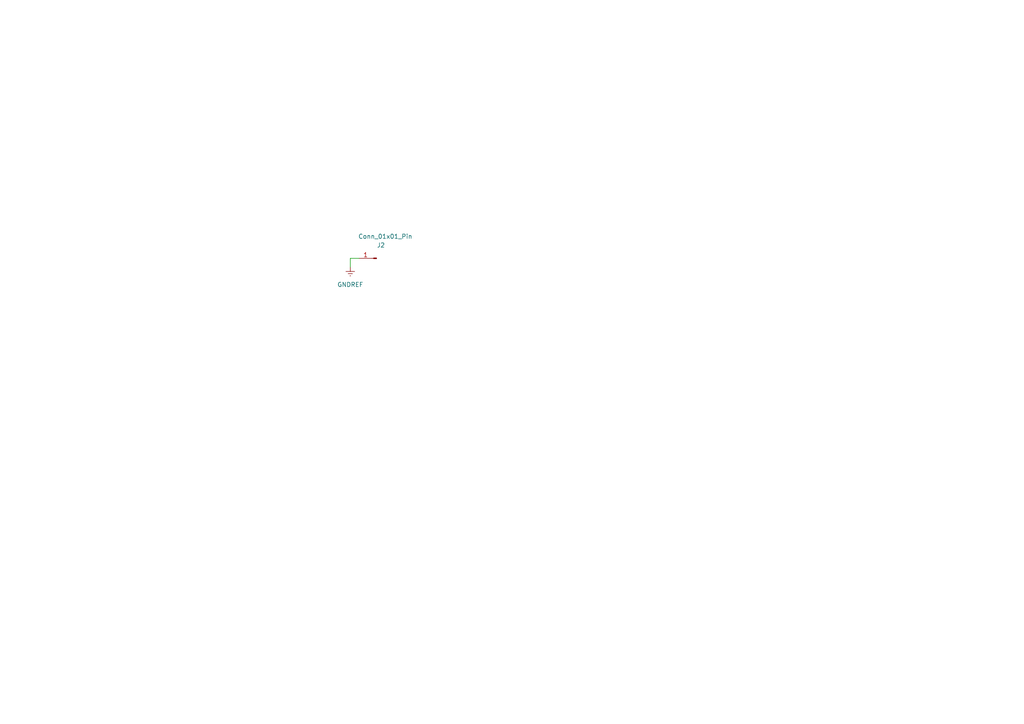
<source format=kicad_sch>
(kicad_sch (version 20230121) (generator eeschema)
  (paper "A4")
  (lib_symbols
    (symbol "Connector:Conn_01x01_Pin" (pin_names (offset 1.016) hide)
      (property "Reference" "J" (at 0 2.54 0))
      (property "Value" "Conn_01x01_Pin" (at 0 -2.54 0))
      (symbol "Conn_01x01_Pin_1_1"
        (polyline (pts (xy 1.27 0) (xy 0.8636 0)) (stroke (width 0.1524)))
        (rectangle (start 0.8636 0.127) (end 0 -0.127) (stroke (width 0.1524)) (fill (type outline)))
        (pin passive line (at 5.08 0 180) (length 3.81) (name "Pin_1") (number "1"))
      )
    )
    (symbol "power:GNDREF" (power) (pin_names (offset 0))
      (property "Value" "GNDREF" (at 0 -3.81 0))
      (symbol "GNDREF_0_1"
        (polyline (pts (xy -0.635 -1.905) (xy 0.635 -1.905)))
        (polyline (pts (xy -0.127 -2.54) (xy 0.127 -2.54)))
        (polyline (pts (xy 0 -1.27) (xy 0 0)))
        (polyline (pts (xy 1.27 -1.27) (xy -1.27 -1.27)))
      )
      (symbol "GNDREF_1_1"
        (pin power_in line (at 0 0 270) (length 0) hide (name "GNDREF") (number "1"))
      )
    )
  )
  (wire (pts (xy 101.6 74.93) (xy 101.6 77.47)))
  (wire (pts (xy 101.6 74.93) (xy 104.14 74.93)))
  (symbol (lib_id "power:GNDREF") (at 101.6 77.47 0) (unit 1)
    (property "Reference" "#PWR01" (effects hide))
    (property "Value" "GNDREF" (at 101.6 82.55 0))
  )
  (symbol (lib_id "Connector:Conn_01x01_Pin") (at 109.22 74.93 180) (unit 1)
    (property "Reference" "J2" (at 110.49 71.12 0))
    (property "Value" "Conn_01x01_Pin" (at 111.76 68.58 0))
    (property "Footprint" "TestPoint:TestPoint_Pad_4.0x4.0mm" (effects hide))
  )
)
</source>
